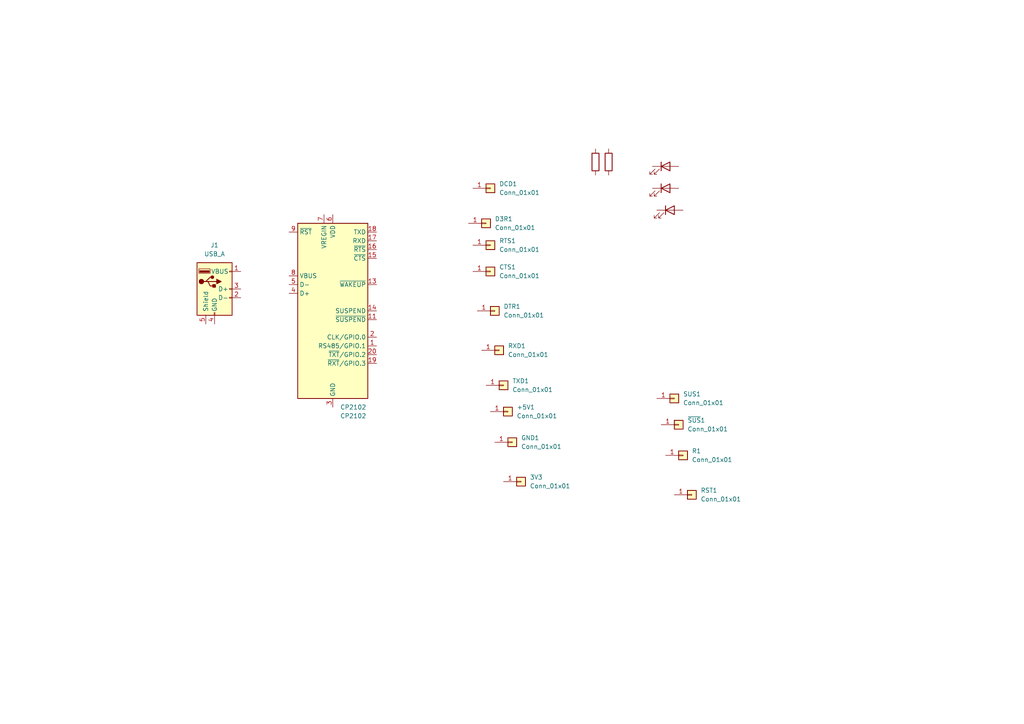
<source format=kicad_sch>
(kicad_sch (version 20250114) (generator "eeschema") (generator_version "9.0")
  (paper "A4")
  (lib_symbols
    (symbol "Connector:USB_A" (pin_names (offset 1.016))
      (property "Reference" "J" (at -5.08 11.43 0))
      (property "Value" "USB_A" (at -5.08 8.89 0))
      (symbol "USB_A_0_1"
        (rectangle (start -5.08 -7.62) (end 5.08 7.62) (stroke (width 0.254)) (fill (type background)))
        (circle (center -3.81 2.159) (radius 0.635) (stroke (width 0.254)) (fill (type outline)))
        (polyline (pts (xy -3.175 2.159) (xy -2.54 2.159) (xy -1.27 3.429) (xy -0.635 3.429)) (stroke (width 0.254)))
        (polyline (pts (xy -2.54 2.159) (xy -1.905 2.159) (xy -1.27 0.889) (xy 0 0.889)) (stroke (width 0.254)))
        (rectangle (start -1.524 4.826) (end -4.318 5.334) (fill (type outline)))
        (rectangle (start -1.27 4.572) (end -4.572 5.842))
        (circle (center -0.635 3.429) (radius 0.381) (stroke (width 0.254)) (fill (type outline)))
        (rectangle (start -0.127 -7.62) (end 0.127 -6.858))
        (rectangle (start 0.254 1.27) (end -0.508 0.508) (stroke (width 0.254)) (fill (type outline)))
        (polyline (pts (xy 0.635 2.794) (xy 0.635 1.524) (xy 1.905 2.159) (xy 0.635 2.794)) (stroke (width 0.254)) (fill (type outline)))
        (rectangle (start 5.08 4.953) (end 4.318 5.207))
        (rectangle (start 5.08 -0.127) (end 4.318 0.127))
        (rectangle (start 5.08 -2.667) (end 4.318 -2.413))
      )
      (symbol "USB_A_1_1"
        (polyline (pts (xy -1.905 2.159) (xy 0.635 2.159)) (stroke (width 0.254)))
        (pin passive line (at -2.54 -10.16 90) (length 2.54) (name "Shield") (number "5"))
        (pin power_in line (at 0 -10.16 90) (length 2.54) (name "GND") (number "4"))
        (pin power_in line (at 7.62 5.08 180) (length 2.54) (name "VBUS") (number "1"))
        (pin bidirectional line (at 7.62 0 180) (length 2.54) (name "D+") (number "3"))
        (pin bidirectional line (at 7.62 -2.54 180) (length 2.54) (name "D-") (number "2"))
      )
    )
    (symbol "Connector_Generic:Conn_01x01" (pin_names (offset 1.016) (hide yes))
      (property "Reference" "J" (at 0 2.54 0))
      (property "Value" "Conn_01x01" (at 0 -2.54 0))
      (symbol "Conn_01x01_1_1"
        (rectangle (start -1.27 1.27) (end 1.27 -1.27) (stroke (width 0.254)) (fill (type background)))
        (rectangle (start -1.27 0.127) (end 0 -0.127) (stroke (width 0.1524)))
        (pin passive line (at -5.08 0 0) (length 3.81) (name "Pin_1") (number "1"))
      )
    )
    (symbol "Device:LED" (pin_numbers (hide yes)) (pin_names (offset 1.016) (hide yes))
      (property "Reference" "D" (at 0 2.54 0))
      (property "Value" "LED" (at 0 -2.54 0))
      (symbol "LED_0_1"
        (polyline (pts (xy -3.048 -0.762) (xy -4.572 -2.286) (xy -3.81 -2.286) (xy -4.572 -2.286) (xy -4.572 -1.524)))
        (polyline (pts (xy -1.778 -0.762) (xy -3.302 -2.286) (xy -2.54 -2.286) (xy -3.302 -2.286) (xy -3.302 -1.524)))
        (polyline (pts (xy -1.27 0) (xy 1.27 0)))
        (polyline (pts (xy -1.27 -1.27) (xy -1.27 1.27)) (stroke (width 0.254)))
        (polyline (pts (xy 1.27 -1.27) (xy 1.27 1.27) (xy -1.27 0) (xy 1.27 -1.27)) (stroke (width 0.254)))
      )
      (symbol "LED_1_1"
        (pin passive line (at -3.81 0 0) (length 2.54) (name "K") (number "1"))
        (pin passive line (at 3.81 0 180) (length 2.54) (name "A") (number "2"))
      )
    )
    (symbol "Device:R" (pin_numbers (hide yes)) (pin_names (offset 0))
      (property "Reference" "R" (at 2.032 0 90))
      (property "Value" "R" (at 0 0 90))
      (symbol "R_0_1"
        (rectangle (start -1.016 -2.54) (end 1.016 2.54) (stroke (width 0.254)))
      )
      (symbol "R_1_1"
        (pin passive line (at 0 3.81 270) (length 1.27) (name "~") (number "1"))
        (pin passive line (at 0 -3.81 90) (length 1.27) (name "~") (number "2"))
      )
    )
    (symbol "Interface_USB:CP2102N-Axx-xQFN20"
      (property "Reference" "U" (at -8.89 26.67 0))
      (property "Value" "CP2102N-Axx-xQFN20" (at 12.7 26.67 0))
      (symbol "CP2102N-Axx-xQFN20_0_1"
        (rectangle (start -10.16 25.4) (end 10.16 -25.4) (stroke (width 0.254)) (fill (type background)))
      )
      (symbol "CP2102N-Axx-xQFN20_1_1"
        (pin input line (at -12.7 22.86 0) (length 2.54) (name "~{RST}") (number "9"))
        (pin input line (at -12.7 10.16 0) (length 2.54) (name "VBUS") (number "8"))
        (pin bidirectional line (at -12.7 7.62 0) (length 2.54) (name "D-") (number "5"))
        (pin bidirectional line (at -12.7 5.08 0) (length 2.54) (name "D+") (number "4"))
        (pin no_connect line (at -10.16 -22.86 0) (length 2.54) (hide yes) (name "NC") (number "10"))
        (pin power_in line (at -2.54 27.94 270) (length 2.54) (name "VREGIN") (number "7"))
        (pin power_in line (at 0 27.94 270) (length 2.54) (name "VDD") (number "6"))
        (pin passive line (at 0 -27.94 90) (length 2.54) (hide yes) (name "GND") (number "12"))
        (pin passive line (at 0 -27.94 90) (length 2.54) (hide yes) (name "GND") (number "21"))
        (pin power_in line (at 0 -27.94 90) (length 2.54) (name "GND") (number "3"))
        (pin output line (at 12.7 22.86 180) (length 2.54) (name "TXD") (number "18"))
        (pin input line (at 12.7 20.32 180) (length 2.54) (name "RXD") (number "17"))
        (pin output line (at 12.7 17.78 180) (length 2.54) (name "~{RTS}") (number "16"))
        (pin input line (at 12.7 15.24 180) (length 2.54) (name "~{CTS}") (number "15"))
        (pin input line (at 12.7 7.62 180) (length 2.54) (name "~{WAKEUP}") (number "13"))
        (pin output line (at 12.7 0 180) (length 2.54) (name "SUSPEND") (number "14"))
        (pin output line (at 12.7 -2.54 180) (length 2.54) (name "~{SUSPEND}") (number "11"))
        (pin bidirectional line (at 12.7 -7.62 180) (length 2.54) (name "CLK/GPIO.0") (number "2"))
        (pin bidirectional line (at 12.7 -10.16 180) (length 2.54) (name "RS485/GPIO.1") (number "1"))
        (pin bidirectional line (at 12.7 -12.7 180) (length 2.54) (name "~{TXT}/GPIO.2") (number "20"))
        (pin bidirectional line (at 12.7 -15.24 180) (length 2.54) (name "~{RXT}/GPIO.3") (number "19"))
      )
    )
  )
  (symbol (lib_id "Connector_Generic:Conn_01x01") (at 198.12 132.08 0) (unit 1)
    (property "Reference" "R1" (at 200.66 130.8099 0) (effects (justify left)))
    (property "Value" "Conn_01x01" (at 200.66 133.3499 0) (effects (justify left)))
    (property "Footprint" "Connector_PinHeader_2.54mm:PinHeader_1x01_P2.54mm_Vertical" (effects (hide yes)))
    (property "Description" "Generic connector, single row, 01x01, script generated (kicad-library-utils/schlib/autogen/connector/)" (effects (hide yes)))
  )
  (symbol (lib_id "Interface_USB:CP2102N-Axx-xQFN20") (at 96.52 90.17 0) (unit 1)
    (property "Reference" "CP2102" (at 98.6633 118.11 0) (effects (justify left)))
    (property "Value" "CP2102" (at 98.6633 120.65 0) (effects (justify left)))
    (property "Footprint" "Package_DFN_QFN:QFN-20-1EP_4x4mm_P0.5mm_EP2.5x2.5mm" (effects (hide yes)))
    (property "Datasheet" "https://www.silabs.com/documents/public/data-sheets/cp2102n-datasheet.pdf" (effects (hide yes)))
    (property "Description" "USB to UART master bridge, QFN-20" (effects (hide yes)))
  )
  (symbol (lib_id "Connector_Generic:Conn_01x01") (at 142.24 54.61 0) (unit 1)
    (property "Reference" "DCD1" (at 144.78 53.3399 0) (effects (justify left)))
    (property "Value" "Conn_01x01" (at 144.78 55.8799 0) (effects (justify left)))
    (property "Footprint" "Connector_PinHeader_2.54mm:PinHeader_1x01_P2.54mm_Vertical" (effects (hide yes)))
    (property "Description" "Generic connector, single row, 01x01, script generated (kicad-library-utils/schlib/autogen/connector/)" (effects (hide yes)))
  )
  (symbol (lib_id "Device:R") (at 172.72 46.99 0) (unit 1)
    (property "Reference" "R2" (effects (hide yes)))
    (property "Value" "R" (effects (hide yes)))
    (property "Footprint" "Resistor_SMD:R_0603_1608Metric" (effects (hide yes)))
    (property "Description" "Resistor" (effects (hide yes)))
  )
  (symbol (lib_id "Device:LED") (at 194.31 60.96 0) (unit 1)
    (property "Reference" "D3" (effects (hide yes)))
    (property "Value" "LED" (effects (hide yes)))
    (property "Footprint" "LED_SMD:LED_0603_1608Metric" (effects (hide yes)))
    (property "Description" "Light emitting diode" (effects (hide yes)))
    (property "Sim.Pins" "1=K 2=A" (effects (hide yes)))
  )
  (symbol (lib_id "Connector_Generic:Conn_01x01") (at 143.51 90.17 0) (unit 1)
    (property "Reference" "DTR1" (at 146.05 88.8999 0) (effects (justify left)))
    (property "Value" "Conn_01x01" (at 146.05 91.4399 0) (effects (justify left)))
    (property "Footprint" "Connector_PinHeader_2.54mm:PinHeader_1x01_P2.54mm_Vertical" (effects (hide yes)))
    (property "Description" "Generic connector, single row, 01x01, script generated (kicad-library-utils/schlib/autogen/connector/)" (effects (hide yes)))
  )
  (symbol (lib_id "Connector:USB_A") (at 62.23 83.82 0) (unit 1)
    (property "Reference" "J1" (at 62.23 71.12 0))
    (property "Value" "USB_A" (at 62.23 73.66 0))
    (property "Footprint" "Connector_USB:USB_A_CNCTech_1001-011-01101_Horizontal" (effects (hide yes)))
    (property "Description" "USB Type A connector" (effects (hide yes)))
  )
  (symbol (lib_id "Device:LED") (at 193.04 54.61 0) (unit 1)
    (property "Reference" "D2" (effects (hide yes)))
    (property "Value" "LED" (effects (hide yes)))
    (property "Footprint" "LED_SMD:LED_0603_1608Metric" (effects (hide yes)))
    (property "Description" "Light emitting diode" (effects (hide yes)))
    (property "Sim.Pins" "1=K 2=A" (effects (hide yes)))
  )
  (symbol (lib_id "Connector_Generic:Conn_01x01") (at 144.78 101.6 0) (unit 1)
    (property "Reference" "RXD1" (at 147.32 100.3299 0) (effects (justify left)))
    (property "Value" "Conn_01x01" (at 147.32 102.8699 0) (effects (justify left)))
    (property "Footprint" "Connector_PinHeader_2.54mm:PinHeader_1x01_P2.54mm_Vertical" (effects (hide yes)))
    (property "Description" "Generic connector, single row, 01x01, script generated (kicad-library-utils/schlib/autogen/connector/)" (effects (hide yes)))
  )
  (symbol (lib_id "Connector_Generic:Conn_01x01") (at 196.85 123.19 0) (unit 1)
    (property "Reference" "~{SUS}1" (at 199.39 121.9199 0) (effects (justify left)))
    (property "Value" "Conn_01x01" (at 199.39 124.4599 0) (effects (justify left)))
    (property "Footprint" "Connector_PinHeader_2.54mm:PinHeader_1x01_P2.54mm_Vertical" (effects (hide yes)))
    (property "Description" "Generic connector, single row, 01x01, script generated (kicad-library-utils/schlib/autogen/connector/)" (effects (hide yes)))
  )
  (symbol (lib_id "Connector_Generic:Conn_01x01") (at 142.24 71.12 0) (unit 1)
    (property "Reference" "RTS1" (at 144.78 69.8499 0) (effects (justify left)))
    (property "Value" "Conn_01x01" (at 144.78 72.3899 0) (effects (justify left)))
    (property "Footprint" "Connector_PinHeader_2.54mm:PinHeader_1x01_P2.54mm_Vertical" (effects (hide yes)))
    (property "Description" "Generic connector, single row, 01x01, script generated (kicad-library-utils/schlib/autogen/connector/)" (effects (hide yes)))
  )
  (symbol (lib_id "Connector_Generic:Conn_01x01") (at 200.66 143.51 0) (unit 1)
    (property "Reference" "RST1" (at 203.2 142.2399 0) (effects (justify left)))
    (property "Value" "Conn_01x01" (at 203.2 144.7799 0) (effects (justify left)))
    (property "Footprint" "Connector_PinHeader_2.54mm:PinHeader_1x01_P2.54mm_Vertical" (effects (hide yes)))
    (property "Description" "Generic connector, single row, 01x01, script generated (kicad-library-utils/schlib/autogen/connector/)" (effects (hide yes)))
  )
  (symbol (lib_id "Connector_Generic:Conn_01x01") (at 146.05 111.76 0) (unit 1)
    (property "Reference" "TXD1" (at 148.59 110.4899 0) (effects (justify left)))
    (property "Value" "Conn_01x01" (at 148.59 113.0299 0) (effects (justify left)))
    (property "Footprint" "Connector_PinHeader_2.54mm:PinHeader_1x01_P2.54mm_Vertical" (effects (hide yes)))
    (property "Description" "Generic connector, single row, 01x01, script generated (kicad-library-utils/schlib/autogen/connector/)" (effects (hide yes)))
  )
  (symbol (lib_id "Connector_Generic:Conn_01x01") (at 195.58 115.57 0) (unit 1)
    (property "Reference" "SUS1" (at 198.12 114.2999 0) (effects (justify left)))
    (property "Value" "Conn_01x01" (at 198.12 116.8399 0) (effects (justify left)))
    (property "Footprint" "Connector_PinHeader_2.54mm:PinHeader_1x01_P2.54mm_Vertical" (effects (hide yes)))
    (property "Description" "Generic connector, single row, 01x01, script generated (kicad-library-utils/schlib/autogen/connector/)" (effects (hide yes)))
  )
  (symbol (lib_id "Device:R") (at 176.53 46.99 0) (unit 1)
    (property "Reference" "R3" (effects (hide yes)))
    (property "Value" "R" (effects (hide yes)))
    (property "Footprint" "Resistor_SMD:R_0603_1608Metric" (effects (hide yes)))
    (property "Description" "Resistor" (effects (hide yes)))
  )
  (symbol (lib_id "Connector_Generic:Conn_01x01") (at 148.59 128.27 0) (unit 1)
    (property "Reference" "GND1" (at 151.13 126.9999 0) (effects (justify left)))
    (property "Value" "Conn_01x01" (at 151.13 129.5399 0) (effects (justify left)))
    (property "Footprint" "Connector_PinHeader_2.54mm:PinHeader_1x01_P2.54mm_Vertical" (effects (hide yes)))
    (property "Description" "Generic connector, single row, 01x01, script generated (kicad-library-utils/schlib/autogen/connector/)" (effects (hide yes)))
  )
  (symbol (lib_id "Connector_Generic:Conn_01x01") (at 147.32 119.38 0) (unit 1)
    (property "Reference" "+5V1" (at 149.86 118.1099 0) (effects (justify left)))
    (property "Value" "Conn_01x01" (at 149.86 120.6499 0) (effects (justify left)))
    (property "Footprint" "Connector_PinHeader_2.54mm:PinHeader_1x01_P2.54mm_Vertical" (effects (hide yes)))
    (property "Description" "Generic connector, single row, 01x01, script generated (kicad-library-utils/schlib/autogen/connector/)" (effects (hide yes)))
  )
  (symbol (lib_id "Connector_Generic:Conn_01x01") (at 142.24 78.74 0) (unit 1)
    (property "Reference" "CTS1" (at 144.78 77.4699 0) (effects (justify left)))
    (property "Value" "Conn_01x01" (at 144.78 80.0099 0) (effects (justify left)))
    (property "Footprint" "Connector_PinHeader_2.54mm:PinHeader_1x01_P2.54mm_Vertical" (effects (hide yes)))
    (property "Description" "Generic connector, single row, 01x01, script generated (kicad-library-utils/schlib/autogen/connector/)" (effects (hide yes)))
  )
  (symbol (lib_id "Connector_Generic:Conn_01x01") (at 140.97 64.77 0) (unit 1)
    (property "Reference" "D3R1" (at 143.51 63.4999 0) (effects (justify left)))
    (property "Value" "Conn_01x01" (at 143.51 66.0399 0) (effects (justify left)))
    (property "Footprint" "Connector_PinHeader_2.54mm:PinHeader_1x01_P2.54mm_Vertical" (effects (hide yes)))
    (property "Description" "Generic connector, single row, 01x01, script generated (kicad-library-utils/schlib/autogen/connector/)" (effects (hide yes)))
  )
  (symbol (lib_id "Device:LED") (at 193.04 48.26 0) (unit 1)
    (property "Reference" "D1" (effects (hide yes)))
    (property "Value" "LED" (effects (hide yes)))
    (property "Footprint" "LED_SMD:LED_0603_1608Metric" (effects (hide yes)))
    (property "Description" "Light emitting diode" (effects (hide yes)))
    (property "Sim.Pins" "1=K 2=A" (effects (hide yes)))
  )
  (symbol (lib_id "Connector_Generic:Conn_01x01") (at 151.13 139.7 0) (unit 1)
    (property "Reference" "3V3" (at 153.67 138.4299 0) (effects (justify left)))
    (property "Value" "Conn_01x01" (at 153.67 140.9699 0) (effects (justify left)))
    (property "Footprint" "Connector_PinHeader_2.54mm:PinHeader_1x01_P2.54mm_Vertical" (effects (hide yes)))
    (property "Description" "Generic connector, single row, 01x01, script generated (kicad-library-utils/schlib/autogen/connector/)" (effects (hide yes)))
  )
)
</source>
